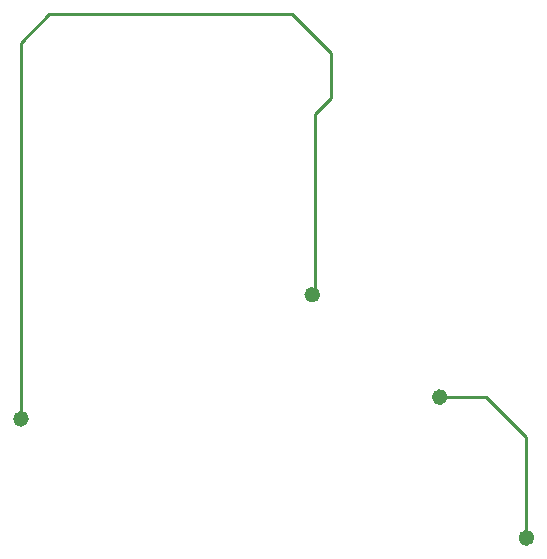
<source format=gbr>
%TF.GenerationSoftware,KiCad,Pcbnew,(6.0.7)*%
%TF.CreationDate,2022-11-11T15:56:39-05:00*%
%TF.ProjectId,single_layer_prototype1,73696e67-6c65-45f6-9c61-7965725f7072,rev?*%
%TF.SameCoordinates,Original*%
%TF.FileFunction,Copper,L2,Bot*%
%TF.FilePolarity,Positive*%
%FSLAX46Y46*%
G04 Gerber Fmt 4.6, Leading zero omitted, Abs format (unit mm)*
G04 Created by KiCad (PCBNEW (6.0.7)) date 2022-11-11 15:56:39*
%MOMM*%
%LPD*%
G01*
G04 APERTURE LIST*
%TA.AperFunction,NonConductor*%
%ADD10C,0.667961*%
%TD*%
%TA.AperFunction,ViaPad*%
%ADD11C,0.710000*%
%TD*%
%TA.AperFunction,Conductor*%
%ADD12C,0.250000*%
%TD*%
G04 APERTURE END LIST*
D10*
X122965180Y-121707639D02*
G75*
G03*
X122965180Y-121707639I-333980J0D01*
G01*
X80166180Y-111633000D02*
G75*
G03*
X80166180Y-111633000I-333980J0D01*
G01*
X115624580Y-109804200D02*
G75*
G03*
X115624580Y-109804200I-333980J0D01*
G01*
X104829580Y-101117400D02*
G75*
G03*
X104829580Y-101117400I-333980J0D01*
G01*
D11*
%TO.N,*%
X115293371Y-109798742D03*
X79834971Y-111643781D03*
X104498371Y-101111942D03*
X122631200Y-121707639D03*
%TD*%
D12*
%TO.N,Net-(A1-Pad27)*%
X122605800Y-113157000D02*
X122605800Y-121716800D01*
X119247542Y-109798742D02*
X122605800Y-113157000D01*
X115293371Y-109798742D02*
X119247542Y-109798742D01*
%TO.N,GND*%
X102819200Y-77393800D02*
X82245200Y-77393800D01*
X104724200Y-100847464D02*
X104724200Y-85842839D01*
X82245200Y-77393800D02*
X79832200Y-79806800D01*
X106121200Y-84445839D02*
X106121200Y-80695800D01*
X79832200Y-79806800D02*
X79832200Y-111556800D01*
X106121200Y-80695800D02*
X102819200Y-77393800D01*
X104724200Y-85842839D02*
X106121200Y-84445839D01*
%TD*%
M02*

</source>
